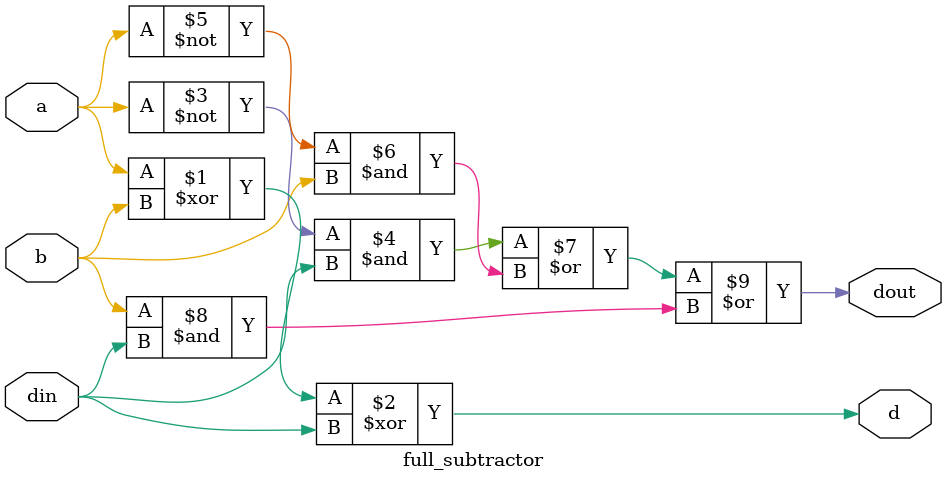
<source format=v>
module full_subtractor (
    input a,b,din,
    output d, dout
);
    assign d= a^b^din;
    assign dout= (~a&din)|(~a&b)|(b&din);
endmodule
</source>
